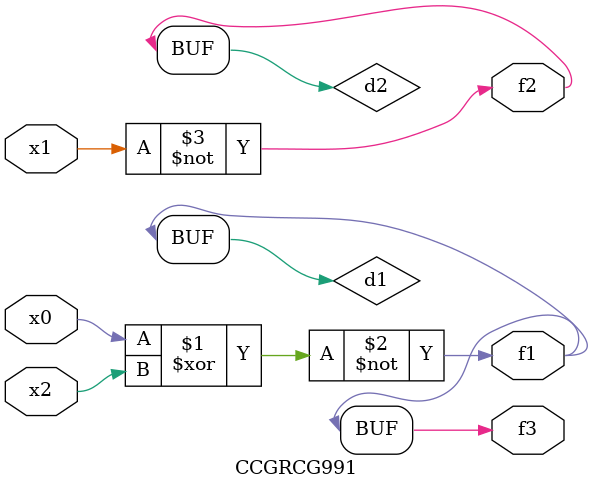
<source format=v>
module CCGRCG991(
	input x0, x1, x2,
	output f1, f2, f3
);

	wire d1, d2, d3;

	xnor (d1, x0, x2);
	nand (d2, x1);
	nor (d3, x1, x2);
	assign f1 = d1;
	assign f2 = d2;
	assign f3 = d1;
endmodule

</source>
